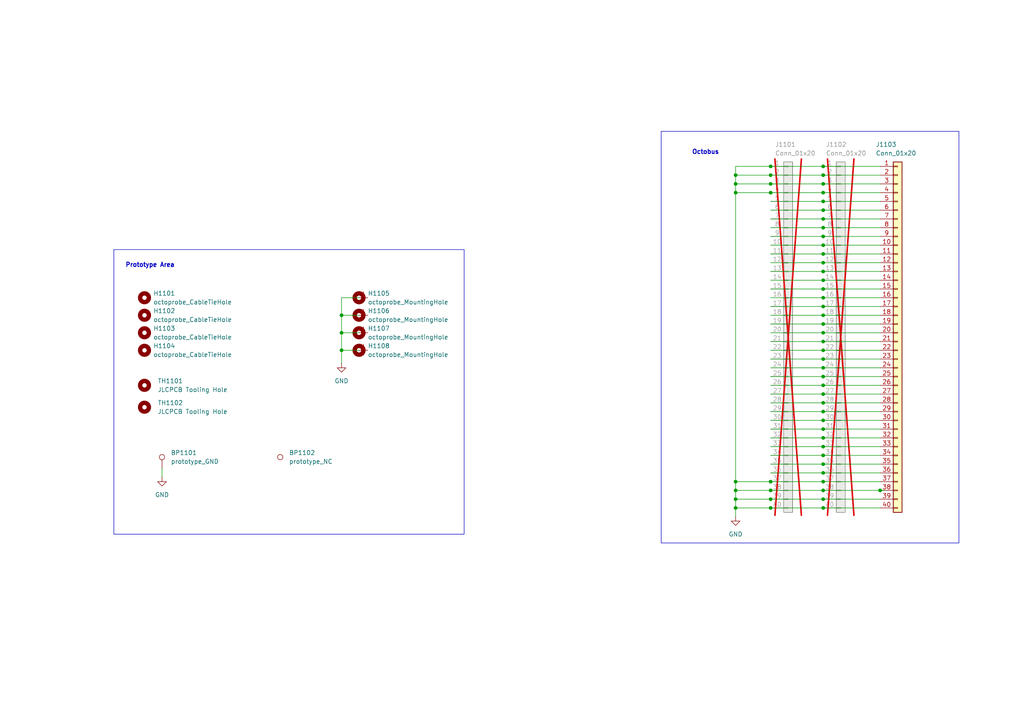
<source format=kicad_sch>
(kicad_sch (version 20231120) (generator "eeschema") (generator_version "8.0")
  (paper "A4")
  (title_block (title "Octoprobe tentacle") (date "2024-07-31") (rev "0.3") (company "Hans Märki, Märki Informatik") (comment 1 "The MIT License (MIT)"))
  (lib_symbols
    (symbol "00_project_library:JLCPCB_ToolingHole" (pin_numbers hide) (pin_names (offset 0) hide) (in_bom no)
      (property "Reference" "TH" (at 3.81 1.27 0))
      (property "Value" "JLCPCB Tooling Hole" (at 3.81 -1.27 0))
      (symbol "JLCPCB_ToolingHole_0_1"
        (circle (center 0 0) (radius 1.27) (stroke (width 1.27)))
      )
    )
    (symbol "00_project_library:octoprobe_CableTieHole" (pin_numbers hide) (pin_names (offset 0) hide) (in_bom no)
      (property "Reference" "H" (at 0 5.08 0))
      (property "Value" "octoprobe_CableTieHole" (at 0 3.175 0))
      (symbol "octoprobe_CableTieHole_0_1"
        (circle (center 0 0) (radius 1.27) (stroke (width 1.27)))
      )
    )
    (symbol "00_project_library:octoprobe_MountingHole" (pin_names (offset 1.016))
      (property "Reference" "H" (at 0 5.08 0))
      (property "Value" "octoprobe_MountingHole" (at 0 3.175 0))
      (symbol "octoprobe_MountingHole_0_0"
        (pin power_in line (at 0 0 0) (length 2.54) (name "") (number "1"))
      )
      (symbol "octoprobe_MountingHole_0_1"
        (circle (center 0 0) (radius 1.27) (stroke (width 1.27)))
      )
    )
    (symbol "00_project_library:octoprobe_breakout_BP" (pin_numbers hide) (pin_names (offset 0.762) hide)
      (property "Reference" "BP" (at 0 6.858 0))
      (property "Value" "octoprobe_prototype_board" (at 0 5.08 0))
      (symbol "octoprobe_breakout_BP_0_1"
        (circle (center 0 3.302) (radius 0.762))
      )
      (symbol "octoprobe_breakout_BP_1_1"
        (pin passive line (at 0 0 90) (length 2.54) (name "1") (number "1"))
      )
    )
    (symbol "00_project_library:octoprobe_breakout_PB_NC" (pin_numbers hide) (pin_names (offset 0.762) hide)
      (property "Reference" "BP" (at 0 6.858 0))
      (property "Value" "octoprobe_prototype_board" (at 0 5.08 0))
      (symbol "octoprobe_breakout_PB_NC_0_1"
        (circle (center 0 3.302) (radius 0.762))
      )
    )
    (symbol "Connector_Generic:Conn_01x40" (pin_names (offset 1.016) hide)
      (property "Reference" "J" (at 0 50.8 0))
      (property "Value" "Conn_01x40" (at 0 -53.34 0))
      (symbol "Conn_01x40_1_1"
        (rectangle (start -1.27 -50.673) (end 0 -50.927) (stroke (width 0.1524)))
        (rectangle (start -1.27 -48.133) (end 0 -48.387) (stroke (width 0.1524)))
        (rectangle (start -1.27 -45.593) (end 0 -45.847) (stroke (width 0.1524)))
        (rectangle (start -1.27 -43.053) (end 0 -43.307) (stroke (width 0.1524)))
        (rectangle (start -1.27 -40.513) (end 0 -40.767) (stroke (width 0.1524)))
        (rectangle (start -1.27 -37.973) (end 0 -38.227) (stroke (width 0.1524)))
        (rectangle (start -1.27 -35.433) (end 0 -35.687) (stroke (width 0.1524)))
        (rectangle (start -1.27 -32.893) (end 0 -33.147) (stroke (width 0.1524)))
        (rectangle (start -1.27 -30.353) (end 0 -30.607) (stroke (width 0.1524)))
        (rectangle (start -1.27 -27.813) (end 0 -28.067) (stroke (width 0.1524)))
        (rectangle (start -1.27 -25.273) (end 0 -25.527) (stroke (width 0.1524)))
        (rectangle (start -1.27 -22.733) (end 0 -22.987) (stroke (width 0.1524)))
        (rectangle (start -1.27 -20.193) (end 0 -20.447) (stroke (width 0.1524)))
        (rectangle (start -1.27 -17.653) (end 0 -17.907) (stroke (width 0.1524)))
        (rectangle (start -1.27 -15.113) (end 0 -15.367) (stroke (width 0.1524)))
        (rectangle (start -1.27 -12.573) (end 0 -12.827) (stroke (width 0.1524)))
        (rectangle (start -1.27 -10.033) (end 0 -10.287) (stroke (width 0.1524)))
        (rectangle (start -1.27 -7.493) (end 0 -7.747) (stroke (width 0.1524)))
        (rectangle (start -1.27 -4.953) (end 0 -5.207) (stroke (width 0.1524)))
        (rectangle (start -1.27 -2.413) (end 0 -2.667) (stroke (width 0.1524)))
        (rectangle (start -1.27 0.127) (end 0 -0.127) (stroke (width 0.1524)))
        (rectangle (start -1.27 2.667) (end 0 2.413) (stroke (width 0.1524)))
        (rectangle (start -1.27 5.207) (end 0 4.953) (stroke (width 0.1524)))
        (rectangle (start -1.27 7.747) (end 0 7.493) (stroke (width 0.1524)))
        (rectangle (start -1.27 10.287) (end 0 10.033) (stroke (width 0.1524)))
        (rectangle (start -1.27 12.827) (end 0 12.573) (stroke (width 0.1524)))
        (rectangle (start -1.27 15.367) (end 0 15.113) (stroke (width 0.1524)))
        (rectangle (start -1.27 17.907) (end 0 17.653) (stroke (width 0.1524)))
        (rectangle (start -1.27 20.447) (end 0 20.193) (stroke (width 0.1524)))
        (rectangle (start -1.27 22.987) (end 0 22.733) (stroke (width 0.1524)))
        (rectangle (start -1.27 25.527) (end 0 25.273) (stroke (width 0.1524)))
        (rectangle (start -1.27 28.067) (end 0 27.813) (stroke (width 0.1524)))
        (rectangle (start -1.27 30.607) (end 0 30.353) (stroke (width 0.1524)))
        (rectangle (start -1.27 33.147) (end 0 32.893) (stroke (width 0.1524)))
        (rectangle (start -1.27 35.687) (end 0 35.433) (stroke (width 0.1524)))
        (rectangle (start -1.27 38.227) (end 0 37.973) (stroke (width 0.1524)))
        (rectangle (start -1.27 40.767) (end 0 40.513) (stroke (width 0.1524)))
        (rectangle (start -1.27 43.307) (end 0 43.053) (stroke (width 0.1524)))
        (rectangle (start -1.27 45.847) (end 0 45.593) (stroke (width 0.1524)))
        (rectangle (start -1.27 48.387) (end 0 48.133) (stroke (width 0.1524)))
        (rectangle (start -1.27 49.53) (end 1.27 -52.07) (stroke (width 0.254)) (fill (type background)))
        (pin passive line (at -5.08 48.26 0) (length 3.81) (name "Pin_1") (number "1"))
        (pin passive line (at -5.08 25.4 0) (length 3.81) (name "Pin_10") (number "10"))
        (pin passive line (at -5.08 22.86 0) (length 3.81) (name "Pin_11") (number "11"))
        (pin passive line (at -5.08 20.32 0) (length 3.81) (name "Pin_12") (number "12"))
        (pin passive line (at -5.08 17.78 0) (length 3.81) (name "Pin_13") (number "13"))
        (pin passive line (at -5.08 15.24 0) (length 3.81) (name "Pin_14") (number "14"))
        (pin passive line (at -5.08 12.7 0) (length 3.81) (name "Pin_15") (number "15"))
        (pin passive line (at -5.08 10.16 0) (length 3.81) (name "Pin_16") (number "16"))
        (pin passive line (at -5.08 7.62 0) (length 3.81) (name "Pin_17") (number "17"))
        (pin passive line (at -5.08 5.08 0) (length 3.81) (name "Pin_18") (number "18"))
        (pin passive line (at -5.08 2.54 0) (length 3.81) (name "Pin_19") (number "19"))
        (pin passive line (at -5.08 45.72 0) (length 3.81) (name "Pin_2") (number "2"))
        (pin passive line (at -5.08 0 0) (length 3.81) (name "Pin_20") (number "20"))
        (pin passive line (at -5.08 -2.54 0) (length 3.81) (name "Pin_21") (number "21"))
        (pin passive line (at -5.08 -5.08 0) (length 3.81) (name "Pin_22") (number "22"))
        (pin passive line (at -5.08 -7.62 0) (length 3.81) (name "Pin_23") (number "23"))
        (pin passive line (at -5.08 -10.16 0) (length 3.81) (name "Pin_24") (number "24"))
        (pin passive line (at -5.08 -12.7 0) (length 3.81) (name "Pin_25") (number "25"))
        (pin passive line (at -5.08 -15.24 0) (length 3.81) (name "Pin_26") (number "26"))
        (pin passive line (at -5.08 -17.78 0) (length 3.81) (name "Pin_27") (number "27"))
        (pin passive line (at -5.08 -20.32 0) (length 3.81) (name "Pin_28") (number "28"))
        (pin passive line (at -5.08 -22.86 0) (length 3.81) (name "Pin_29") (number "29"))
        (pin passive line (at -5.08 43.18 0) (length 3.81) (name "Pin_3") (number "3"))
        (pin passive line (at -5.08 -25.4 0) (length 3.81) (name "Pin_30") (number "30"))
        (pin passive line (at -5.08 -27.94 0) (length 3.81) (name "Pin_31") (number "31"))
        (pin passive line (at -5.08 -30.48 0) (length 3.81) (name "Pin_32") (number "32"))
        (pin passive line (at -5.08 -33.02 0) (length 3.81) (name "Pin_33") (number "33"))
        (pin passive line (at -5.08 -35.56 0) (length 3.81) (name "Pin_34") (number "34"))
        (pin passive line (at -5.08 -38.1 0) (length 3.81) (name "Pin_35") (number "35"))
        (pin passive line (at -5.08 -40.64 0) (length 3.81) (name "Pin_36") (number "36"))
        (pin passive line (at -5.08 -43.18 0) (length 3.81) (name "Pin_37") (number "37"))
        (pin passive line (at -5.08 -45.72 0) (length 3.81) (name "Pin_38") (number "38"))
        (pin passive line (at -5.08 -48.26 0) (length 3.81) (name "Pin_39") (number "39"))
        (pin passive line (at -5.08 40.64 0) (length 3.81) (name "Pin_4") (number "4"))
        (pin passive line (at -5.08 -50.8 0) (length 3.81) (name "Pin_40") (number "40"))
        (pin passive line (at -5.08 38.1 0) (length 3.81) (name "Pin_5") (number "5"))
        (pin passive line (at -5.08 35.56 0) (length 3.81) (name "Pin_6") (number "6"))
        (pin passive line (at -5.08 33.02 0) (length 3.81) (name "Pin_7") (number "7"))
        (pin passive line (at -5.08 30.48 0) (length 3.81) (name "Pin_8") (number "8"))
        (pin passive line (at -5.08 27.94 0) (length 3.81) (name "Pin_9") (number "9"))
      )
    )
    (symbol "power:GND" (power) (pin_numbers hide) (pin_names (offset 0) hide)
      (property "Value" "GND" (at 0 -3.81 0))
      (symbol "GND_0_1"
        (polyline (pts (xy 0 0) (xy 0 -1.27) (xy 1.27 -1.27) (xy 0 -2.54) (xy -1.27 -1.27) (xy 0 -1.27)))
      )
      (symbol "GND_1_1"
        (pin power_in line (at 0 0 270) (length 0) (name "~") (number "1"))
      )
    )
  )
  (junction (at 238.76 106.68))
  (junction (at 238.76 114.3))
  (junction (at 238.76 73.66))
  (junction (at 99.06 91.44))
  (junction (at 238.76 63.5))
  (junction (at 238.76 55.88))
  (junction (at 223.52 139.7))
  (junction (at 238.76 91.44))
  (junction (at 238.76 144.78))
  (junction (at 238.76 116.84))
  (junction (at 213.36 142.24))
  (junction (at 238.76 50.8))
  (junction (at 238.76 142.24))
  (junction (at 238.76 137.16))
  (junction (at 99.06 96.52))
  (junction (at 238.76 58.42))
  (junction (at 213.36 144.78))
  (junction (at 223.52 55.88))
  (junction (at 223.52 53.34))
  (junction (at 223.52 147.32))
  (junction (at 238.76 53.34))
  (junction (at 238.76 132.08))
  (junction (at 238.76 111.76))
  (junction (at 238.76 134.62))
  (junction (at 238.76 83.82))
  (junction (at 238.76 66.04))
  (junction (at 238.76 86.36))
  (junction (at 238.76 101.6))
  (junction (at 213.36 53.34))
  (junction (at 238.76 119.38))
  (junction (at 238.76 121.92))
  (junction (at 238.76 60.96))
  (junction (at 238.76 109.22))
  (junction (at 255.27 142.24))
  (junction (at 223.52 48.26))
  (junction (at 238.76 96.52))
  (junction (at 238.76 127))
  (junction (at 238.76 88.9))
  (junction (at 238.76 104.14))
  (junction (at 238.76 48.26))
  (junction (at 213.36 50.8))
  (junction (at 223.52 144.78))
  (junction (at 223.52 50.8))
  (junction (at 213.36 139.7))
  (junction (at 223.52 142.24))
  (junction (at 238.76 147.32))
  (junction (at 238.76 71.12))
  (junction (at 99.06 101.6))
  (junction (at 238.76 81.28))
  (junction (at 238.76 78.74))
  (junction (at 238.76 68.58))
  (junction (at 213.36 147.32))
  (junction (at 213.36 55.88))
  (junction (at 238.76 93.98))
  (junction (at 238.76 99.06))
  (junction (at 238.76 139.7))
  (junction (at 238.76 124.46))
  (junction (at 238.76 129.54))
  (junction (at 238.76 76.2))
  (wire (pts (xy 238.76 109.22) (xy 255.27 109.22)))
  (wire (pts (xy 238.76 139.7) (xy 223.52 139.7)))
  (wire (pts (xy 223.52 58.42) (xy 238.76 58.42)))
  (wire (pts (xy 99.06 101.6) (xy 104.14 101.6)))
  (wire (pts (xy 238.76 147.32) (xy 255.27 147.32)))
  (wire (pts (xy 238.76 76.2) (xy 255.27 76.2)))
  (wire (pts (xy 223.52 83.82) (xy 238.76 83.82)))
  (wire (pts (xy 99.06 91.44) (xy 99.06 96.52)))
  (wire (pts (xy 238.76 88.9) (xy 255.27 88.9)))
  (wire (pts (xy 255.27 144.78) (xy 238.76 144.78)))
  (wire (pts (xy 238.76 114.3) (xy 255.27 114.3)))
  (wire (pts (xy 223.52 109.22) (xy 238.76 109.22)))
  (wire (pts (xy 223.52 78.74) (xy 238.76 78.74)))
  (wire (pts (xy 223.52 96.52) (xy 238.76 96.52)))
  (wire (pts (xy 223.52 50.8) (xy 238.76 50.8)))
  (wire (pts (xy 223.52 66.04) (xy 238.76 66.04)))
  (wire (pts (xy 223.52 53.34) (xy 238.76 53.34)))
  (wire (pts (xy 213.36 53.34) (xy 223.52 53.34)))
  (wire (pts (xy 238.76 81.28) (xy 255.27 81.28)))
  (wire (pts (xy 223.52 55.88) (xy 238.76 55.88)))
  (wire (pts (xy 238.76 142.24) (xy 223.52 142.24)))
  (wire (pts (xy 223.52 106.68) (xy 238.76 106.68)))
  (wire (pts (xy 213.36 55.88) (xy 223.52 55.88)))
  (wire (pts (xy 255.27 48.26) (xy 238.76 48.26)))
  (wire (pts (xy 223.52 76.2) (xy 238.76 76.2)))
  (wire (pts (xy 213.36 144.78) (xy 213.36 147.32)))
  (wire (pts (xy 223.52 132.08) (xy 238.76 132.08)))
  (wire (pts (xy 255.27 142.24) (xy 238.76 142.24)))
  (wire (pts (xy 238.76 63.5) (xy 255.27 63.5)))
  (wire (pts (xy 223.52 144.78) (xy 213.36 144.78)))
  (wire (pts (xy 213.36 48.26) (xy 213.36 50.8)))
  (wire (pts (xy 213.36 50.8) (xy 223.52 50.8)))
  (wire (pts (xy 238.76 134.62) (xy 255.27 134.62)))
  (wire (pts (xy 223.52 60.96) (xy 238.76 60.96)))
  (wire (pts (xy 238.76 50.8) (xy 255.27 50.8)))
  (wire (pts (xy 223.52 129.54) (xy 238.76 129.54)))
  (wire (pts (xy 238.76 127) (xy 255.27 127)))
  (wire (pts (xy 99.06 96.52) (xy 99.06 101.6)))
  (wire (pts (xy 238.76 78.74) (xy 255.27 78.74)))
  (wire (pts (xy 255.27 139.7) (xy 238.76 139.7)))
  (wire (pts (xy 238.76 93.98) (xy 255.27 93.98)))
  (wire (pts (xy 99.06 91.44) (xy 104.14 91.44)))
  (wire (pts (xy 238.76 83.82) (xy 255.27 83.82)))
  (wire (pts (xy 213.36 147.32) (xy 223.52 147.32)))
  (wire (pts (xy 238.76 91.44) (xy 255.27 91.44)))
  (wire (pts (xy 238.76 48.26) (xy 223.52 48.26)))
  (wire (pts (xy 238.76 106.68) (xy 255.27 106.68)))
  (wire (pts (xy 223.52 134.62) (xy 238.76 134.62)))
  (wire (pts (xy 238.76 144.78) (xy 223.52 144.78)))
  (wire (pts (xy 213.36 149.86) (xy 213.36 147.32)))
  (wire (pts (xy 223.52 91.44) (xy 238.76 91.44)))
  (wire (pts (xy 213.36 142.24) (xy 213.36 144.78)))
  (wire (pts (xy 223.52 63.5) (xy 238.76 63.5)))
  (wire (pts (xy 238.76 96.52) (xy 255.27 96.52)))
  (wire (pts (xy 256.54 142.24) (xy 255.27 142.24)))
  (wire (pts (xy 223.52 114.3) (xy 238.76 114.3)))
  (wire (pts (xy 238.76 121.92) (xy 255.27 121.92)))
  (wire (pts (xy 238.76 124.46) (xy 255.27 124.46)))
  (wire (pts (xy 238.76 119.38) (xy 255.27 119.38)))
  (wire (pts (xy 223.52 142.24) (xy 213.36 142.24)))
  (wire (pts (xy 223.52 101.6) (xy 238.76 101.6)))
  (wire (pts (xy 223.52 81.28) (xy 238.76 81.28)))
  (wire (pts (xy 238.76 68.58) (xy 255.27 68.58)))
  (wire (pts (xy 223.52 127) (xy 238.76 127)))
  (wire (pts (xy 213.36 55.88) (xy 213.36 139.7)))
  (wire (pts (xy 238.76 132.08) (xy 255.27 132.08)))
  (wire (pts (xy 99.06 86.36) (xy 99.06 91.44)))
  (wire (pts (xy 238.76 111.76) (xy 255.27 111.76)))
  (wire (pts (xy 213.36 50.8) (xy 213.36 53.34)))
  (wire (pts (xy 223.52 71.12) (xy 238.76 71.12)))
  (wire (pts (xy 223.52 137.16) (xy 238.76 137.16)))
  (wire (pts (xy 223.52 104.14) (xy 238.76 104.14)))
  (wire (pts (xy 238.76 53.34) (xy 255.27 53.34)))
  (wire (pts (xy 238.76 73.66) (xy 255.27 73.66)))
  (wire (pts (xy 223.52 68.58) (xy 238.76 68.58)))
  (wire (pts (xy 223.52 119.38) (xy 238.76 119.38)))
  (wire (pts (xy 223.52 121.92) (xy 238.76 121.92)))
  (wire (pts (xy 46.99 135.89) (xy 46.99 138.43)))
  (wire (pts (xy 99.06 96.52) (xy 104.14 96.52)))
  (wire (pts (xy 223.52 116.84) (xy 238.76 116.84)))
  (wire (pts (xy 238.76 60.96) (xy 255.27 60.96)))
  (wire (pts (xy 213.36 53.34) (xy 213.36 55.88)))
  (wire (pts (xy 238.76 129.54) (xy 255.27 129.54)))
  (wire (pts (xy 223.52 124.46) (xy 238.76 124.46)))
  (wire (pts (xy 238.76 86.36) (xy 255.27 86.36)))
  (wire (pts (xy 238.76 101.6) (xy 255.27 101.6)))
  (wire (pts (xy 238.76 137.16) (xy 255.27 137.16)))
  (wire (pts (xy 223.52 93.98) (xy 238.76 93.98)))
  (wire (pts (xy 238.76 71.12) (xy 255.27 71.12)))
  (wire (pts (xy 99.06 101.6) (xy 99.06 105.41)))
  (wire (pts (xy 223.52 86.36) (xy 238.76 86.36)))
  (wire (pts (xy 223.52 99.06) (xy 238.76 99.06)))
  (wire (pts (xy 238.76 66.04) (xy 255.27 66.04)))
  (wire (pts (xy 213.36 139.7) (xy 213.36 142.24)))
  (wire (pts (xy 223.52 88.9) (xy 238.76 88.9)))
  (wire (pts (xy 238.76 99.06) (xy 255.27 99.06)))
  (wire (pts (xy 238.76 55.88) (xy 255.27 55.88)))
  (wire (pts (xy 223.52 139.7) (xy 213.36 139.7)))
  (wire (pts (xy 238.76 116.84) (xy 255.27 116.84)))
  (wire (pts (xy 223.52 73.66) (xy 238.76 73.66)))
  (wire (pts (xy 223.52 147.32) (xy 238.76 147.32)))
  (wire (pts (xy 238.76 104.14) (xy 255.27 104.14)))
  (wire (pts (xy 223.52 111.76) (xy 238.76 111.76)))
  (wire (pts (xy 238.76 58.42) (xy 255.27 58.42)))
  (wire (pts (xy 223.52 48.26) (xy 213.36 48.26)))
  (wire (pts (xy 104.14 86.36) (xy 99.06 86.36)))
  (rectangle (start 191.77 38.1) (end 278.13 157.48))
  (rectangle (start 33.02 72.39) (end 134.62 154.94))
  (text "Octobus" (at 200.66 44.958 0) (effects (font (size 1.27 1.27) (thickness 0.254) (bold yes)) (justify left bottom)))
  (text "Prototype Area" (at 36.322 77.724 0) (effects (font (size 1.27 1.27) (thickness 0.254) (bold yes)) (justify left bottom)))
  (symbol (lib_id "00_project_library:octoprobe_MountingHole") (at 104.14 101.6 0) (unit 1)
    (property "Reference" "H1108" (at 106.68 100.3299 0) (effects (justify left)))
    (property "Value" "octoprobe_MountingHole" (at 106.68 102.8699 0) (effects (justify left)))
    (property "Footprint" "MountingHole:MountingHole_3.2mm_M3_DIN965_Pad" (effects (hide yes)))
    (property "Description" "Mounting Hole without connection" (effects (hide yes)))
  )
  (symbol (lib_id "00_project_library:octoprobe_MountingHole") (at 104.14 86.36 0) (unit 1)
    (property "Reference" "H1105" (at 106.68 85.0899 0) (effects (justify left)))
    (property "Value" "octoprobe_MountingHole" (at 106.68 87.6299 0) (effects (justify left)))
    (property "Footprint" "MountingHole:MountingHole_3.2mm_M3_DIN965_Pad" (effects (hide yes)))
    (property "Description" "Mounting Hole without connection" (effects (hide yes)))
  )
  (symbol (lib_id "Connector_Generic:Conn_01x40") (at 228.6 96.52 0) (unit 1) (dnp yes)
    (property "Reference" "J1101" (at 224.79 41.91 0) (effects (justify left)))
    (property "Value" "Conn_01x20" (at 224.79 44.45 0) (effects (justify left)))
    (property "Footprint" "00_project_library:PinSocket_2x20_P2.54mm_Vertical-stackable_squarepad" (effects (hide yes)))
    (property "Description" "Generic connector, single row, 01x40, script generated (kicad-library-utils/schlib/autogen/connector/)" (effects (hide yes)))
  )
  (symbol (lib_id "00_project_library:octoprobe_MountingHole") (at 104.14 91.44 0) (unit 1)
    (property "Reference" "H1106" (at 106.68 90.1699 0) (effects (justify left)))
    (property "Value" "octoprobe_MountingHole" (at 106.68 92.7099 0) (effects (justify left)))
    (property "Footprint" "MountingHole:MountingHole_3.2mm_M3_DIN965_Pad" (effects (hide yes)))
    (property "Description" "Mounting Hole without connection" (effects (hide yes)))
  )
  (symbol (lib_id "power:GND") (at 99.06 105.41 0) (unit 1)
    (property "Reference" "#PWR01102" (effects (hide yes)))
    (property "Value" "GND" (at 99.06 110.49 0))
    (property "Description" "Power symbol creates a global label with name \"GND\" , ground" (effects (hide yes)))
  )
  (symbol (lib_id "00_project_library:octoprobe_CableTieHole") (at 41.91 96.52 0) (unit 1) (in_bom no)
    (property "Reference" "H1103" (at 44.45 95.2499 0) (effects (justify left)))
    (property "Value" "octoprobe_CableTieHole" (at 44.45 97.7899 0) (effects (justify left)))
    (property "Footprint" "00_project_library:octoprobe_CableTieHole" (effects (hide yes)))
    (property "Description" "Mounting Hole without connection" (effects (hide yes)))
  )
  (symbol (lib_id "00_project_library:octoprobe_MountingHole") (at 104.14 96.52 0) (unit 1)
    (property "Reference" "H1107" (at 106.68 95.2499 0) (effects (justify left)))
    (property "Value" "octoprobe_MountingHole" (at 106.68 97.7899 0) (effects (justify left)))
    (property "Footprint" "MountingHole:MountingHole_3.2mm_M3_DIN965_Pad" (effects (hide yes)))
    (property "Description" "Mounting Hole without connection" (effects (hide yes)))
  )
  (symbol (lib_id "power:GND") (at 46.99 138.43 0) (unit 1)
    (property "Reference" "#PWR01101" (effects (hide yes)))
    (property "Value" "GND" (at 46.99 143.51 0))
    (property "Description" "Power symbol creates a global label with name \"GND\" , ground" (effects (hide yes)))
  )
  (symbol (lib_id "00_project_library:JLCPCB_ToolingHole") (at 41.91 118.11 0) (unit 1) (in_bom no)
    (property "Reference" "TH1102" (at 45.72 116.84 0) (effects (justify left)))
    (property "Value" "JLCPCB Tooling Hole" (at 45.72 119.38 0) (effects (justify left)))
    (property "Footprint" "00_project_library:JLCPCB_ToolingHole" (effects (hide yes)))
    (property "Datasheet" "https://jlcpcb.com/help/article/47-How-to-add-tooling-holes-for-PCB-assembly-order" (effects (hide yes)))
    (property "Description" "https://www.youtube.com/watch?v=C7-8nUU6e3E" (effects (hide yes)))
  )
  (symbol (lib_id "00_project_library:JLCPCB_ToolingHole") (at 41.91 111.76 0) (unit 1) (in_bom no)
    (property "Reference" "TH1101" (at 45.72 110.49 0) (effects (justify left)))
    (property "Value" "JLCPCB Tooling Hole" (at 45.72 113.03 0) (effects (justify left)))
    (property "Footprint" "00_project_library:JLCPCB_ToolingHole" (effects (hide yes)))
    (property "Datasheet" "https://jlcpcb.com/help/article/47-How-to-add-tooling-holes-for-PCB-assembly-order" (effects (hide yes)))
    (property "Description" "https://www.youtube.com/watch?v=C7-8nUU6e3E" (effects (hide yes)))
  )
  (symbol (lib_id "00_project_library:octoprobe_CableTieHole") (at 41.91 86.36 0) (unit 1) (in_bom no)
    (property "Reference" "H1101" (at 44.45 85.0899 0) (effects (justify left)))
    (property "Value" "octoprobe_CableTieHole" (at 44.45 87.6299 0) (effects (justify left)))
    (property "Footprint" "00_project_library:octoprobe_CableTieHole" (effects (hide yes)))
    (property "Description" "Mounting Hole without connection" (effects (hide yes)))
  )
  (symbol (lib_id "power:GND") (at 213.36 149.86 0) (unit 1)
    (property "Reference" "#PWR01103" (effects (hide yes)))
    (property "Value" "GND" (at 213.36 154.94 0))
    (property "Description" "Power symbol creates a global label with name \"GND\" , ground" (effects (hide yes)))
  )
  (symbol (lib_id "00_project_library:octoprobe_CableTieHole") (at 41.91 91.44 0) (unit 1) (in_bom no)
    (property "Reference" "H1102" (at 44.45 90.1699 0) (effects (justify left)))
    (property "Value" "octoprobe_CableTieHole" (at 44.45 92.7099 0) (effects (justify left)))
    (property "Footprint" "00_project_library:octoprobe_CableTieHole" (effects (hide yes)))
    (property "Description" "Mounting Hole without connection" (effects (hide yes)))
  )
  (symbol (lib_id "00_project_library:octoprobe_breakout_BP") (at 46.99 135.89 0) (unit 1)
    (property "Reference" "BP1101" (at 49.53 131.3179 0) (effects (justify left)))
    (property "Value" "prototype_GND" (at 49.53 133.8579 0) (effects (justify left)))
    (property "Footprint" "00_project_library:octoprobe_breakout_PB" (effects (hide yes)))
    (property "Datasheet" "https://www.roth-elektronik.com/de/produkte/detail/artnr/RE233-LF/category/Laborkarten+Dual+Inline" (effects (hide yes)))
    (property "Description" "Octoprobe Prototype Board" (effects (hide yes)))
  )
  (symbol (lib_id "Connector_Generic:Conn_01x40") (at 260.35 96.52 0) (unit 1)
    (property "Reference" "J1103" (at 254 41.91 0) (effects (justify left)))
    (property "Value" "Conn_01x20" (at 254 44.45 0) (effects (justify left)))
    (property "Footprint" "00_project_library:PinSocket_2x20_P2.54mm_Vertical-stackable_squarepad" (effects (hide yes)))
    (property "Description" "Generic connector, single row, 01x40, script generated (kicad-library-utils/schlib/autogen/connector/)" (effects (hide yes)))
  )
  (symbol (lib_id "00_project_library:octoprobe_CableTieHole") (at 41.91 101.6 0) (unit 1) (in_bom no)
    (property "Reference" "H1104" (at 44.45 100.3299 0) (effects (justify left)))
    (property "Value" "octoprobe_CableTieHole" (at 44.45 102.8699 0) (effects (justify left)))
    (property "Footprint" "00_project_library:octoprobe_CableTieHole" (effects (hide yes)))
    (property "Description" "Mounting Hole without connection" (effects (hide yes)))
  )
  (symbol (lib_id "Connector_Generic:Conn_01x40") (at 243.84 96.52 0) (unit 1) (dnp yes)
    (property "Reference" "J1102" (at 239.522 41.91 0) (effects (justify left)))
    (property "Value" "Conn_01x20" (at 239.522 44.45 0) (effects (justify left)))
    (property "Footprint" "00_project_library:PinSocket_2x20_P2.54mm_Vertical-stackable_squarepad" (effects (hide yes)))
    (property "Description" "Generic connector, single row, 01x40, script generated (kicad-library-utils/schlib/autogen/connector/)" (effects (hide yes)))
  )
  (symbol (lib_id "00_project_library:octoprobe_breakout_PB_NC") (at 81.28 135.89 0) (unit 1)
    (property "Reference" "BP1102" (at 83.82 131.3179 0) (effects (justify left)))
    (property "Value" "prototype_NC" (at 83.82 133.8579 0) (effects (justify left)))
    (property "Footprint" "00_project_library:octoprobe_breakout_PB_NC" (effects (hide yes)))
    (property "Datasheet" "https://www.roth-elektronik.com/de/produkte/detail/artnr/RE233-LF/category/Laborkarten+Dual+Inline" (effects (hide yes)))
    (property "Description" "Octoprobe Prototype Board" (effects (hide yes)))
  )
)
</source>
